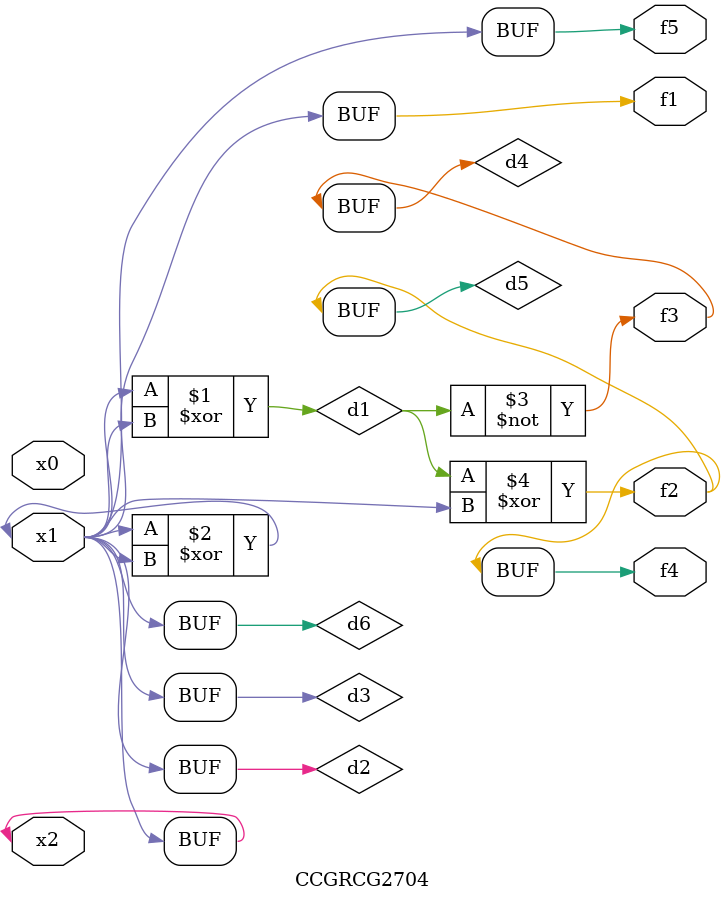
<source format=v>
module CCGRCG2704(
	input x0, x1, x2,
	output f1, f2, f3, f4, f5
);

	wire d1, d2, d3, d4, d5, d6;

	xor (d1, x1, x2);
	buf (d2, x1, x2);
	xor (d3, x1, x2);
	nor (d4, d1);
	xor (d5, d1, d2);
	buf (d6, d2, d3);
	assign f1 = d6;
	assign f2 = d5;
	assign f3 = d4;
	assign f4 = d5;
	assign f5 = d6;
endmodule

</source>
